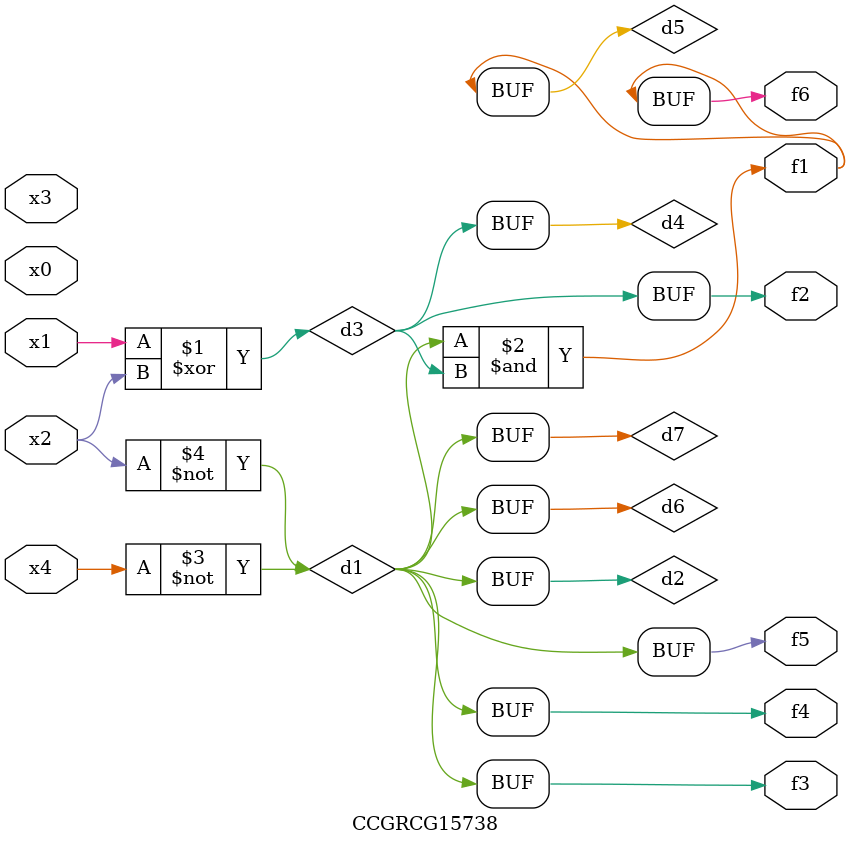
<source format=v>
module CCGRCG15738(
	input x0, x1, x2, x3, x4,
	output f1, f2, f3, f4, f5, f6
);

	wire d1, d2, d3, d4, d5, d6, d7;

	not (d1, x4);
	not (d2, x2);
	xor (d3, x1, x2);
	buf (d4, d3);
	and (d5, d1, d3);
	buf (d6, d1, d2);
	buf (d7, d2);
	assign f1 = d5;
	assign f2 = d4;
	assign f3 = d7;
	assign f4 = d7;
	assign f5 = d7;
	assign f6 = d5;
endmodule

</source>
